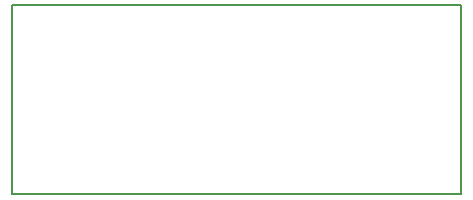
<source format=gbr>
G04 #@! TF.GenerationSoftware,KiCad,Pcbnew,5.0.2-bee76a0~70~ubuntu16.04.1*
G04 #@! TF.CreationDate,2019-07-30T15:32:40+02:00*
G04 #@! TF.ProjectId,hw-TS1B,68772d54-5331-4422-9e6b-696361645f70,rev?*
G04 #@! TF.SameCoordinates,Original*
G04 #@! TF.FileFunction,Profile,NP*
%FSLAX46Y46*%
G04 Gerber Fmt 4.6, Leading zero omitted, Abs format (unit mm)*
G04 Created by KiCad (PCBNEW 5.0.2-bee76a0~70~ubuntu16.04.1) date Tue 30 Jul 2019 03:32:40 PM CEST*
%MOMM*%
%LPD*%
G01*
G04 APERTURE LIST*
%ADD10C,0.150000*%
G04 APERTURE END LIST*
D10*
X151000000Y-69000000D02*
X151000000Y-85000000D01*
X189000000Y-69000000D02*
X151000000Y-69000000D01*
X189000000Y-85000000D02*
X189000000Y-69000000D01*
X151000000Y-85000000D02*
X189000000Y-85000000D01*
M02*

</source>
